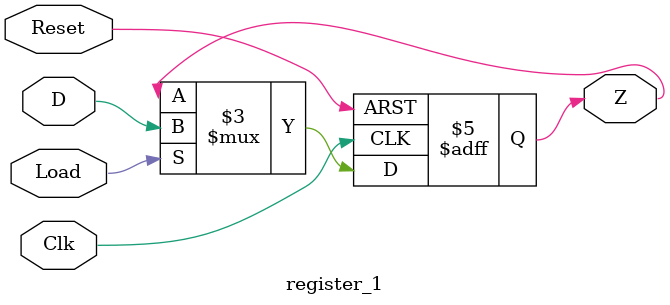
<source format=sv>
module register_1(input D, Load, Clk, Reset,
						output logic Z);
		always_ff @ (posedge Clk or posedge Reset)
			begin
				if(Reset)
					Z <= 1'b0;
				else if (Load)
					Z <= D;	
				else
					Z <= Z;
			
			end			
endmodule

</source>
